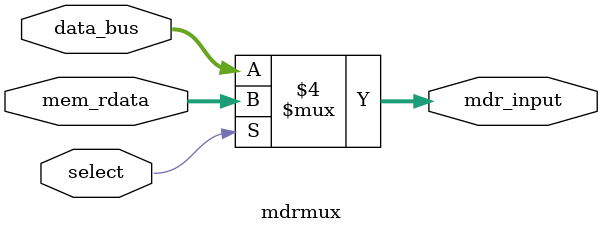
<source format=sv>
`timescale 1ns / 1ps

module pcmux(
    input logic [15:0] bus, addrout, currpc,
    input logic [1:0] select,
    output logic [15:0] pcmuxout
    );
    
    always_comb
    begin
        unique case(select)
            2'b00: pcmuxout = currpc + 1'b1;
            2'b01: pcmuxout = addrout;
            2'b10: pcmuxout = bus;
            
            default: pcmuxout = currpc;
        endcase
    end
endmodule

module sr1mux(
    input logic [15:0] ir,
    input logic select,
    output logic [2:0] sr1
    );
    
    always_comb
    begin
        unique case(select)
            1'b0: sr1 = ir[11:9];
            1'b1: sr1 = ir[8:6];
        endcase
    end
endmodule

module sr2mux(
    input logic [15:0] sr2_out,
    input logic [15:0] ir,
    input logic select,
    output logic [15:0] sr2mux_out
    );
    
    logic [15:0] extended;
    
    always_comb begin
        if (ir[4] == 1)
            extended = {11'b11111111111, ir[4:0]};
        else
            extended = {11'b00000000000, ir[4:0]};
    end
    
    
    always_comb
    begin
        unique case(select)
            1'b0: sr2mux_out = sr2_out;
            1'b1: sr2mux_out = extended;
            
            default: sr2mux_out = sr2_out;
        endcase
    end
endmodule

module drmux(
    input logic [15:0] ir,
    input logic select,
    output logic [2:0] dr
);

    always_comb 
    begin
        unique case(select)
            1'b0: dr = ir[11:9];
            1'b1: dr = 3'b111;
        
        endcase

    end
endmodule

module addr1mux(
    input logic [15:0] sr1_out, pc,
    input logic select,
    output logic [15:0] addr1mux_out
);
    always_comb begin
        unique case(select)
            1'b0: addr1mux_out = pc; //select pc
            1'b1: addr1mux_out = sr1_out; //select base register for ldr and str
            
            default: addr1mux_out = 4'hX;
        endcase
    
    end

endmodule

module addr2mux(
    input logic [15:0] ir, 
    input logic [1:0] select,
    output logic [15:0] addr2mux_out
    );
    
    logic [15:0] sext6, sext9, sext11;
    
     always_comb begin
        // Sign extension for 6-bit offset
        if (ir[5] == 1'b1)
            sext6 = {10'b1111111111, ir[5:0]};  // Negative sign-extended 6-bit offset
        else
            sext6 = {10'b0000000000, ir[5:0]};  // Positive sign-extended 6-bit offset
        
        // Sign extension for 9-bit offset
        if (ir[8] == 1'b1)
            sext9 = {7'b1111111, ir[8:0]};      // Negative sign-extended 9-bit offset
        else
            sext9 = {7'b0000000, ir[8:0]};      // Positive sign-extended 9-bit offset

        // Sign extension for 11-bit offset
        if (ir[10] == 1'b1)
            sext11 = {5'b11111, ir[10:0]};      // Negative sign-extended 11-bit offset
        else
            sext11 = {5'b00000, ir[10:0]};      // Positive sign-extended 11-bit offset
    end
    
    always_comb begin
        unique case(select)
            2'b00: addr2mux_out = 16'h0000;
            2'b01: addr2mux_out = sext6;
            2'b10: addr2mux_out = sext9;
            2'b11: addr2mux_out = sext11;
            
            default: addr2mux_out = 4'hX;
        endcase
    end
    
endmodule

module busmux (
    input logic gate_alu, gate_pc, gate_mdr, gate_marmux,
    input logic [15:0] alu_out, pc, mdr, addrsum,
    output logic [15:0] data_bus
);


    logic [3:0] RIDERS;
    assign RIDERS = {gate_alu, gate_pc, gate_mdr, gate_marmux};
    
    always_comb begin
        unique case(RIDERS)
            4'b0001: data_bus = addrsum;
            4'b0010: data_bus = mdr;
            4'b0100: data_bus = pc;
            4'b1000: data_bus = alu_out;
            
            default: data_bus = 16'hXXXX;
        endcase
    
    
    end
endmodule

module mdrmux (
    input logic [15:0] mem_rdata, data_bus,
    input logic select,
    output logic [15:0] mdr_input
);
    
    always_comb
    begin
        if(~select) 
            mdr_input = data_bus;
        else
            mdr_input = mem_rdata;
    end
endmodule

</source>
